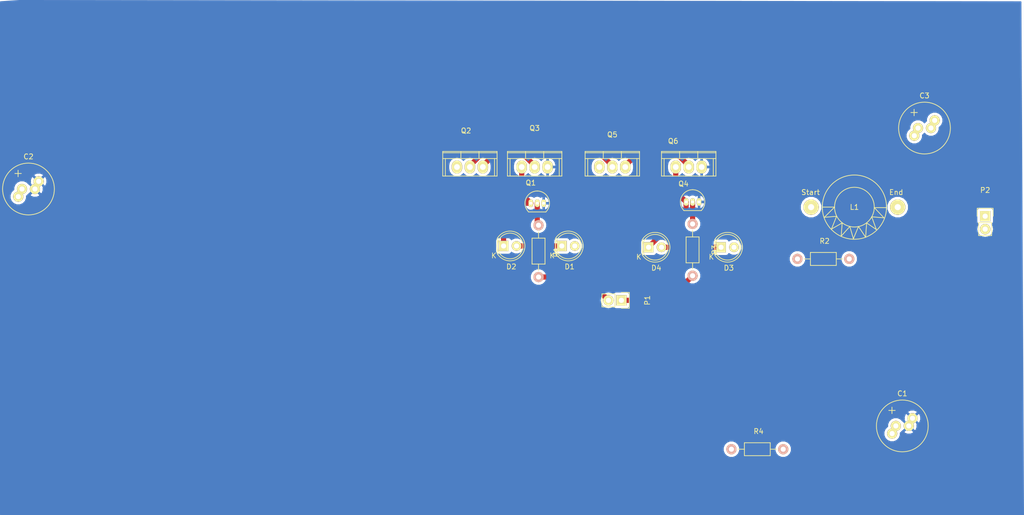
<source format=kicad_pcb>
(kicad_pcb (version 4) (host pcbnew 0.201510070346+6248~30~ubuntu14.04.1-product)

  (general
    (links 36)
    (no_connects 35)
    (area 35.306 41.402 236.220001 142.494001)
    (thickness 1.6)
    (drawings 0)
    (tracks 34)
    (zones 0)
    (modules 20)
    (nets 17)
  )

  (page A4)
  (layers
    (0 F.Cu signal)
    (31 B.Cu signal)
    (32 B.Adhes user)
    (33 F.Adhes user)
    (34 B.Paste user)
    (35 F.Paste user)
    (36 B.SilkS user)
    (37 F.SilkS user)
    (38 B.Mask user)
    (39 F.Mask user)
    (40 Dwgs.User user)
    (41 Cmts.User user)
    (42 Eco1.User user)
    (43 Eco2.User user)
    (44 Edge.Cuts user)
    (45 Margin user)
    (46 B.CrtYd user)
    (47 F.CrtYd user)
    (48 B.Fab user)
    (49 F.Fab user)
  )

  (setup
    (last_trace_width 1.016)
    (trace_clearance 0.2)
    (zone_clearance 0.508)
    (zone_45_only no)
    (trace_min 0.2)
    (segment_width 0.2)
    (edge_width 0.15)
    (via_size 0.6)
    (via_drill 0.4)
    (via_min_size 0.4)
    (via_min_drill 0.3)
    (uvia_size 0.3)
    (uvia_drill 0.1)
    (uvias_allowed no)
    (uvia_min_size 0)
    (uvia_min_drill 0)
    (pcb_text_width 0.3)
    (pcb_text_size 1.5 1.5)
    (mod_edge_width 0.15)
    (mod_text_size 1 1)
    (mod_text_width 0.15)
    (pad_size 1.524 1.524)
    (pad_drill 0.762)
    (pad_to_mask_clearance 0.2)
    (aux_axis_origin 0 0)
    (visible_elements FFFFFF7F)
    (pcbplotparams
      (layerselection 0x00030_80000001)
      (usegerberextensions false)
      (excludeedgelayer true)
      (linewidth 0.100000)
      (plotframeref false)
      (viasonmask false)
      (mode 1)
      (useauxorigin false)
      (hpglpennumber 1)
      (hpglpenspeed 20)
      (hpglpendiameter 15)
      (hpglpenoverlay 2)
      (psnegative false)
      (psa4output false)
      (plotreference true)
      (plotvalue true)
      (plotinvisibletext false)
      (padsonsilk false)
      (subtractmaskfromsilk false)
      (outputformat 1)
      (mirror false)
      (drillshape 1)
      (scaleselection 1)
      (outputdirectory ""))
  )

  (net 0 "")
  (net 1 "Net-(D1-Pad1)")
  (net 2 "Net-(D1-Pad2)")
  (net 3 "Net-(D2-Pad1)")
  (net 4 "Net-(D3-Pad1)")
  (net 5 "Net-(D3-Pad2)")
  (net 6 "Net-(D4-Pad1)")
  (net 7 IN-)
  (net 8 IN+)
  (net 9 "Net-(C3-Pad1)")
  (net 10 "Net-(C3-Pad2)")
  (net 11 "Net-(C1-Pad1)")
  (net 12 "Net-(Q2-Pad1)")
  (net 13 GND)
  (net 14 "Net-(L1-Pad1)")
  (net 15 "Net-(Q1-Pad2)")
  (net 16 "Net-(Q4-Pad2)")

  (net_class Default "This is the default net class."
    (clearance 0.2)
    (trace_width 1.016)
    (via_dia 0.6)
    (via_drill 0.4)
    (uvia_dia 0.3)
    (uvia_drill 0.1)
    (add_net GND)
    (add_net IN+)
    (add_net IN-)
    (add_net "Net-(C1-Pad1)")
    (add_net "Net-(C3-Pad1)")
    (add_net "Net-(C3-Pad2)")
    (add_net "Net-(D1-Pad1)")
    (add_net "Net-(D1-Pad2)")
    (add_net "Net-(D2-Pad1)")
    (add_net "Net-(D3-Pad1)")
    (add_net "Net-(D3-Pad2)")
    (add_net "Net-(D4-Pad1)")
    (add_net "Net-(L1-Pad1)")
    (add_net "Net-(Q1-Pad2)")
    (add_net "Net-(Q2-Pad1)")
    (add_net "Net-(Q4-Pad2)")
  )

  (module LEDs:LED-5MM (layer F.Cu) (tedit 5570F7EA) (tstamp 5684241E)
    (at 145.542 89.662)
    (descr "LED 5mm round vertical")
    (tags "LED 5mm round vertical")
    (path /568481F0)
    (fp_text reference D1 (at 1.524 4.064) (layer F.SilkS)
      (effects (font (size 1 1) (thickness 0.15)))
    )
    (fp_text value LED (at 1.524 -3.937) (layer F.Fab)
      (effects (font (size 1 1) (thickness 0.15)))
    )
    (fp_line (start -1.5 -1.55) (end -1.5 1.55) (layer F.CrtYd) (width 0.05))
    (fp_arc (start 1.3 0) (end -1.5 1.55) (angle -302) (layer F.CrtYd) (width 0.05))
    (fp_arc (start 1.27 0) (end -1.23 -1.5) (angle 297.5) (layer F.SilkS) (width 0.15))
    (fp_line (start -1.23 1.5) (end -1.23 -1.5) (layer F.SilkS) (width 0.15))
    (fp_circle (center 1.27 0) (end 0.97 -2.5) (layer F.SilkS) (width 0.15))
    (fp_text user K (at -1.905 1.905) (layer F.SilkS)
      (effects (font (size 1 1) (thickness 0.15)))
    )
    (pad 1 thru_hole rect (at 0 0 90) (size 2 1.9) (drill 1.00076) (layers *.Cu *.Mask F.SilkS)
      (net 1 "Net-(D1-Pad1)"))
    (pad 2 thru_hole circle (at 2.54 0) (size 1.9 1.9) (drill 1.00076) (layers *.Cu *.Mask F.SilkS)
      (net 2 "Net-(D1-Pad2)"))
    (model LEDs.3dshapes/LED-5MM.wrl
      (at (xyz 0.05 0 0))
      (scale (xyz 1 1 1))
      (rotate (xyz 0 0 90))
    )
  )

  (module LEDs:LED-5MM (layer F.Cu) (tedit 5570F7EA) (tstamp 56842424)
    (at 134.112 89.662)
    (descr "LED 5mm round vertical")
    (tags "LED 5mm round vertical")
    (path /56848372)
    (fp_text reference D2 (at 1.524 4.064) (layer F.SilkS)
      (effects (font (size 1 1) (thickness 0.15)))
    )
    (fp_text value LED (at 1.524 -3.937) (layer F.Fab)
      (effects (font (size 1 1) (thickness 0.15)))
    )
    (fp_line (start -1.5 -1.55) (end -1.5 1.55) (layer F.CrtYd) (width 0.05))
    (fp_arc (start 1.3 0) (end -1.5 1.55) (angle -302) (layer F.CrtYd) (width 0.05))
    (fp_arc (start 1.27 0) (end -1.23 -1.5) (angle 297.5) (layer F.SilkS) (width 0.15))
    (fp_line (start -1.23 1.5) (end -1.23 -1.5) (layer F.SilkS) (width 0.15))
    (fp_circle (center 1.27 0) (end 0.97 -2.5) (layer F.SilkS) (width 0.15))
    (fp_text user K (at -1.905 1.905) (layer F.SilkS)
      (effects (font (size 1 1) (thickness 0.15)))
    )
    (pad 1 thru_hole rect (at 0 0 90) (size 2 1.9) (drill 1.00076) (layers *.Cu *.Mask F.SilkS)
      (net 3 "Net-(D2-Pad1)"))
    (pad 2 thru_hole circle (at 2.54 0) (size 1.9 1.9) (drill 1.00076) (layers *.Cu *.Mask F.SilkS)
      (net 1 "Net-(D1-Pad1)"))
    (model LEDs.3dshapes/LED-5MM.wrl
      (at (xyz 0.05 0 0))
      (scale (xyz 1 1 1))
      (rotate (xyz 0 0 90))
    )
  )

  (module LEDs:LED-5MM (layer F.Cu) (tedit 5570F7EA) (tstamp 5684242A)
    (at 176.784 89.916)
    (descr "LED 5mm round vertical")
    (tags "LED 5mm round vertical")
    (path /56848708)
    (fp_text reference D3 (at 1.524 4.064) (layer F.SilkS)
      (effects (font (size 1 1) (thickness 0.15)))
    )
    (fp_text value LED (at 1.524 -3.937) (layer F.Fab)
      (effects (font (size 1 1) (thickness 0.15)))
    )
    (fp_line (start -1.5 -1.55) (end -1.5 1.55) (layer F.CrtYd) (width 0.05))
    (fp_arc (start 1.3 0) (end -1.5 1.55) (angle -302) (layer F.CrtYd) (width 0.05))
    (fp_arc (start 1.27 0) (end -1.23 -1.5) (angle 297.5) (layer F.SilkS) (width 0.15))
    (fp_line (start -1.23 1.5) (end -1.23 -1.5) (layer F.SilkS) (width 0.15))
    (fp_circle (center 1.27 0) (end 0.97 -2.5) (layer F.SilkS) (width 0.15))
    (fp_text user K (at -1.905 1.905) (layer F.SilkS)
      (effects (font (size 1 1) (thickness 0.15)))
    )
    (pad 1 thru_hole rect (at 0 0 90) (size 2 1.9) (drill 1.00076) (layers *.Cu *.Mask F.SilkS)
      (net 4 "Net-(D3-Pad1)"))
    (pad 2 thru_hole circle (at 2.54 0) (size 1.9 1.9) (drill 1.00076) (layers *.Cu *.Mask F.SilkS)
      (net 5 "Net-(D3-Pad2)"))
    (model LEDs.3dshapes/LED-5MM.wrl
      (at (xyz 0.05 0 0))
      (scale (xyz 1 1 1))
      (rotate (xyz 0 0 90))
    )
  )

  (module LEDs:LED-5MM (layer F.Cu) (tedit 5570F7EA) (tstamp 56842430)
    (at 162.56 89.916)
    (descr "LED 5mm round vertical")
    (tags "LED 5mm round vertical")
    (path /56848E58)
    (fp_text reference D4 (at 1.524 4.064) (layer F.SilkS)
      (effects (font (size 1 1) (thickness 0.15)))
    )
    (fp_text value LED (at 1.524 -3.937) (layer F.Fab)
      (effects (font (size 1 1) (thickness 0.15)))
    )
    (fp_line (start -1.5 -1.55) (end -1.5 1.55) (layer F.CrtYd) (width 0.05))
    (fp_arc (start 1.3 0) (end -1.5 1.55) (angle -302) (layer F.CrtYd) (width 0.05))
    (fp_arc (start 1.27 0) (end -1.23 -1.5) (angle 297.5) (layer F.SilkS) (width 0.15))
    (fp_line (start -1.23 1.5) (end -1.23 -1.5) (layer F.SilkS) (width 0.15))
    (fp_circle (center 1.27 0) (end 0.97 -2.5) (layer F.SilkS) (width 0.15))
    (fp_text user K (at -1.905 1.905) (layer F.SilkS)
      (effects (font (size 1 1) (thickness 0.15)))
    )
    (pad 1 thru_hole rect (at 0 0 90) (size 2 1.9) (drill 1.00076) (layers *.Cu *.Mask F.SilkS)
      (net 6 "Net-(D4-Pad1)"))
    (pad 2 thru_hole circle (at 2.54 0) (size 1.9 1.9) (drill 1.00076) (layers *.Cu *.Mask F.SilkS)
      (net 4 "Net-(D3-Pad1)"))
    (model LEDs.3dshapes/LED-5MM.wrl
      (at (xyz 0.05 0 0))
      (scale (xyz 1 1 1))
      (rotate (xyz 0 0 90))
    )
  )

  (module Pin_Headers:Pin_Header_Straight_1x02 (layer F.Cu) (tedit 54EA090C) (tstamp 56842436)
    (at 157.226 100.33 270)
    (descr "Through hole pin header")
    (tags "pin header")
    (path /5684DDEB)
    (fp_text reference P1 (at 0 -5.1 270) (layer F.SilkS)
      (effects (font (size 1 1) (thickness 0.15)))
    )
    (fp_text value CONN_01X02 (at 0 -3.1 270) (layer F.Fab)
      (effects (font (size 1 1) (thickness 0.15)))
    )
    (fp_line (start 1.27 1.27) (end 1.27 3.81) (layer F.SilkS) (width 0.15))
    (fp_line (start 1.55 -1.55) (end 1.55 0) (layer F.SilkS) (width 0.15))
    (fp_line (start -1.75 -1.75) (end -1.75 4.3) (layer F.CrtYd) (width 0.05))
    (fp_line (start 1.75 -1.75) (end 1.75 4.3) (layer F.CrtYd) (width 0.05))
    (fp_line (start -1.75 -1.75) (end 1.75 -1.75) (layer F.CrtYd) (width 0.05))
    (fp_line (start -1.75 4.3) (end 1.75 4.3) (layer F.CrtYd) (width 0.05))
    (fp_line (start 1.27 1.27) (end -1.27 1.27) (layer F.SilkS) (width 0.15))
    (fp_line (start -1.55 0) (end -1.55 -1.55) (layer F.SilkS) (width 0.15))
    (fp_line (start -1.55 -1.55) (end 1.55 -1.55) (layer F.SilkS) (width 0.15))
    (fp_line (start -1.27 1.27) (end -1.27 3.81) (layer F.SilkS) (width 0.15))
    (fp_line (start -1.27 3.81) (end 1.27 3.81) (layer F.SilkS) (width 0.15))
    (pad 1 thru_hole rect (at 0 0 270) (size 2.032 2.032) (drill 1.016) (layers *.Cu *.Mask F.SilkS)
      (net 7 IN-))
    (pad 2 thru_hole oval (at 0 2.54 270) (size 2.032 2.032) (drill 1.016) (layers *.Cu *.Mask F.SilkS)
      (net 8 IN+))
    (model Pin_Headers.3dshapes/Pin_Header_Straight_1x02.wrl
      (at (xyz 0 -0.05 0))
      (scale (xyz 1 1 1))
      (rotate (xyz 0 0 90))
    )
  )

  (module Pin_Headers:Pin_Header_Straight_1x02 (layer F.Cu) (tedit 54EA090C) (tstamp 5684243C)
    (at 228.6 83.82)
    (descr "Through hole pin header")
    (tags "pin header")
    (path /5684193E)
    (fp_text reference P2 (at 0 -5.1) (layer F.SilkS)
      (effects (font (size 1 1) (thickness 0.15)))
    )
    (fp_text value CONN_01X02 (at 0 -3.1) (layer F.Fab)
      (effects (font (size 1 1) (thickness 0.15)))
    )
    (fp_line (start 1.27 1.27) (end 1.27 3.81) (layer F.SilkS) (width 0.15))
    (fp_line (start 1.55 -1.55) (end 1.55 0) (layer F.SilkS) (width 0.15))
    (fp_line (start -1.75 -1.75) (end -1.75 4.3) (layer F.CrtYd) (width 0.05))
    (fp_line (start 1.75 -1.75) (end 1.75 4.3) (layer F.CrtYd) (width 0.05))
    (fp_line (start -1.75 -1.75) (end 1.75 -1.75) (layer F.CrtYd) (width 0.05))
    (fp_line (start -1.75 4.3) (end 1.75 4.3) (layer F.CrtYd) (width 0.05))
    (fp_line (start 1.27 1.27) (end -1.27 1.27) (layer F.SilkS) (width 0.15))
    (fp_line (start -1.55 0) (end -1.55 -1.55) (layer F.SilkS) (width 0.15))
    (fp_line (start -1.55 -1.55) (end 1.55 -1.55) (layer F.SilkS) (width 0.15))
    (fp_line (start -1.27 1.27) (end -1.27 3.81) (layer F.SilkS) (width 0.15))
    (fp_line (start -1.27 3.81) (end 1.27 3.81) (layer F.SilkS) (width 0.15))
    (pad 1 thru_hole rect (at 0 0) (size 2.032 2.032) (drill 1.016) (layers *.Cu *.Mask F.SilkS)
      (net 9 "Net-(C3-Pad1)"))
    (pad 2 thru_hole oval (at 0 2.54) (size 2.032 2.032) (drill 1.016) (layers *.Cu *.Mask F.SilkS)
      (net 10 "Net-(C3-Pad2)"))
    (model Pin_Headers.3dshapes/Pin_Header_Straight_1x02.wrl
      (at (xyz 0 -0.05 0))
      (scale (xyz 1 1 1))
      (rotate (xyz 0 0 90))
    )
  )

  (module Power_Integrations:TO-220 (layer F.Cu) (tedit 0) (tstamp 56842443)
    (at 127.508 74.168)
    (descr "Non Isolated JEDEC TO-220 Package")
    (tags "Power Integration YN Package")
    (path /56841418)
    (fp_text reference Q2 (at -0.762 -7.112) (layer F.SilkS)
      (effects (font (size 1 1) (thickness 0.15)))
    )
    (fp_text value IRF9540N (at 0 -4.318) (layer F.Fab)
      (effects (font (size 1 1) (thickness 0.15)))
    )
    (fp_line (start 4.826 -1.651) (end 4.826 1.778) (layer F.SilkS) (width 0.15))
    (fp_line (start -4.826 -1.651) (end -4.826 1.778) (layer F.SilkS) (width 0.15))
    (fp_line (start 5.334 -2.794) (end -5.334 -2.794) (layer F.SilkS) (width 0.15))
    (fp_line (start 1.778 -1.778) (end 1.778 -3.048) (layer F.SilkS) (width 0.15))
    (fp_line (start -1.778 -1.778) (end -1.778 -3.048) (layer F.SilkS) (width 0.15))
    (fp_line (start -5.334 -1.651) (end 5.334 -1.651) (layer F.SilkS) (width 0.15))
    (fp_line (start 5.334 1.778) (end -5.334 1.778) (layer F.SilkS) (width 0.15))
    (fp_line (start -5.334 -3.048) (end -5.334 1.778) (layer F.SilkS) (width 0.15))
    (fp_line (start 5.334 -3.048) (end 5.334 1.778) (layer F.SilkS) (width 0.15))
    (fp_line (start 5.334 -3.048) (end -5.334 -3.048) (layer F.SilkS) (width 0.15))
    (pad 2 thru_hole oval (at 0 0) (size 2.032 2.54) (drill 1.143) (layers *.Cu *.Mask F.SilkS)
      (net 11 "Net-(C1-Pad1)"))
    (pad 3 thru_hole oval (at 2.54 0) (size 2.032 2.54) (drill 1.143) (layers *.Cu *.Mask F.SilkS)
      (net 10 "Net-(C3-Pad2)"))
    (pad 1 thru_hole oval (at -2.54 0) (size 2.032 2.54) (drill 1.143) (layers *.Cu *.Mask F.SilkS)
      (net 12 "Net-(Q2-Pad1)"))
  )

  (module Power_Integrations:TO-220 (layer F.Cu) (tedit 0) (tstamp 5684244A)
    (at 140.208 74.168)
    (descr "Non Isolated JEDEC TO-220 Package")
    (tags "Power Integration YN Package")
    (path /5684166C)
    (fp_text reference Q3 (at 0 -7.62) (layer F.SilkS)
      (effects (font (size 1 1) (thickness 0.15)))
    )
    (fp_text value IRF540N (at 0 -4.318) (layer F.Fab)
      (effects (font (size 1 1) (thickness 0.15)))
    )
    (fp_line (start 4.826 -1.651) (end 4.826 1.778) (layer F.SilkS) (width 0.15))
    (fp_line (start -4.826 -1.651) (end -4.826 1.778) (layer F.SilkS) (width 0.15))
    (fp_line (start 5.334 -2.794) (end -5.334 -2.794) (layer F.SilkS) (width 0.15))
    (fp_line (start 1.778 -1.778) (end 1.778 -3.048) (layer F.SilkS) (width 0.15))
    (fp_line (start -1.778 -1.778) (end -1.778 -3.048) (layer F.SilkS) (width 0.15))
    (fp_line (start -5.334 -1.651) (end 5.334 -1.651) (layer F.SilkS) (width 0.15))
    (fp_line (start 5.334 1.778) (end -5.334 1.778) (layer F.SilkS) (width 0.15))
    (fp_line (start -5.334 -3.048) (end -5.334 1.778) (layer F.SilkS) (width 0.15))
    (fp_line (start 5.334 -3.048) (end 5.334 1.778) (layer F.SilkS) (width 0.15))
    (fp_line (start 5.334 -3.048) (end -5.334 -3.048) (layer F.SilkS) (width 0.15))
    (pad 2 thru_hole oval (at 0 0) (size 2.032 2.54) (drill 1.143) (layers *.Cu *.Mask F.SilkS)
      (net 10 "Net-(C3-Pad2)"))
    (pad 3 thru_hole oval (at 2.54 0) (size 2.032 2.54) (drill 1.143) (layers *.Cu *.Mask F.SilkS)
      (net 13 GND))
    (pad 1 thru_hole oval (at -2.54 0) (size 2.032 2.54) (drill 1.143) (layers *.Cu *.Mask F.SilkS)
      (net 3 "Net-(D2-Pad1)"))
  )

  (module Power_Integrations:TO-220 (layer F.Cu) (tedit 0) (tstamp 56842451)
    (at 155.448 74.168)
    (descr "Non Isolated JEDEC TO-220 Package")
    (tags "Power Integration YN Package")
    (path /568416B6)
    (fp_text reference Q5 (at 0 -6.35) (layer F.SilkS)
      (effects (font (size 1 1) (thickness 0.15)))
    )
    (fp_text value IRF9540N (at 0.508 -3.81) (layer F.Fab)
      (effects (font (size 1 1) (thickness 0.15)))
    )
    (fp_line (start 4.826 -1.651) (end 4.826 1.778) (layer F.SilkS) (width 0.15))
    (fp_line (start -4.826 -1.651) (end -4.826 1.778) (layer F.SilkS) (width 0.15))
    (fp_line (start 5.334 -2.794) (end -5.334 -2.794) (layer F.SilkS) (width 0.15))
    (fp_line (start 1.778 -1.778) (end 1.778 -3.048) (layer F.SilkS) (width 0.15))
    (fp_line (start -1.778 -1.778) (end -1.778 -3.048) (layer F.SilkS) (width 0.15))
    (fp_line (start -5.334 -1.651) (end 5.334 -1.651) (layer F.SilkS) (width 0.15))
    (fp_line (start 5.334 1.778) (end -5.334 1.778) (layer F.SilkS) (width 0.15))
    (fp_line (start -5.334 -3.048) (end -5.334 1.778) (layer F.SilkS) (width 0.15))
    (fp_line (start 5.334 -3.048) (end 5.334 1.778) (layer F.SilkS) (width 0.15))
    (fp_line (start 5.334 -3.048) (end -5.334 -3.048) (layer F.SilkS) (width 0.15))
    (pad 2 thru_hole oval (at 0 0) (size 2.032 2.54) (drill 1.143) (layers *.Cu *.Mask F.SilkS)
      (net 11 "Net-(C1-Pad1)"))
    (pad 3 thru_hole oval (at 2.54 0) (size 2.032 2.54) (drill 1.143) (layers *.Cu *.Mask F.SilkS)
      (net 14 "Net-(L1-Pad1)"))
    (pad 1 thru_hole oval (at -2.54 0) (size 2.032 2.54) (drill 1.143) (layers *.Cu *.Mask F.SilkS)
      (net 5 "Net-(D3-Pad2)"))
  )

  (module Power_Integrations:TO-220 (layer F.Cu) (tedit 0) (tstamp 56842458)
    (at 170.434 74.168)
    (descr "Non Isolated JEDEC TO-220 Package")
    (tags "Power Integration YN Package")
    (path /5684137A)
    (fp_text reference Q6 (at -3.048 -5.08) (layer F.SilkS)
      (effects (font (size 1 1) (thickness 0.15)))
    )
    (fp_text value IRF540N (at 1.016 -5.842) (layer F.Fab)
      (effects (font (size 1 1) (thickness 0.15)))
    )
    (fp_line (start 4.826 -1.651) (end 4.826 1.778) (layer F.SilkS) (width 0.15))
    (fp_line (start -4.826 -1.651) (end -4.826 1.778) (layer F.SilkS) (width 0.15))
    (fp_line (start 5.334 -2.794) (end -5.334 -2.794) (layer F.SilkS) (width 0.15))
    (fp_line (start 1.778 -1.778) (end 1.778 -3.048) (layer F.SilkS) (width 0.15))
    (fp_line (start -1.778 -1.778) (end -1.778 -3.048) (layer F.SilkS) (width 0.15))
    (fp_line (start -5.334 -1.651) (end 5.334 -1.651) (layer F.SilkS) (width 0.15))
    (fp_line (start 5.334 1.778) (end -5.334 1.778) (layer F.SilkS) (width 0.15))
    (fp_line (start -5.334 -3.048) (end -5.334 1.778) (layer F.SilkS) (width 0.15))
    (fp_line (start 5.334 -3.048) (end 5.334 1.778) (layer F.SilkS) (width 0.15))
    (fp_line (start 5.334 -3.048) (end -5.334 -3.048) (layer F.SilkS) (width 0.15))
    (pad 2 thru_hole oval (at 0 0) (size 2.032 2.54) (drill 1.143) (layers *.Cu *.Mask F.SilkS)
      (net 14 "Net-(L1-Pad1)"))
    (pad 3 thru_hole oval (at 2.54 0) (size 2.032 2.54) (drill 1.143) (layers *.Cu *.Mask F.SilkS)
      (net 13 GND))
    (pad 1 thru_hole oval (at -2.54 0) (size 2.032 2.54) (drill 1.143) (layers *.Cu *.Mask F.SilkS)
      (net 6 "Net-(D4-Pad1)"))
  )

  (module Resistors_ThroughHole:Resistor_Horizontal_RM10mm (layer F.Cu) (tedit 53F56209) (tstamp 5684245E)
    (at 140.97 90.678 270)
    (descr "Resistor, Axial,  RM 10mm, 1/3W,")
    (tags "Resistor, Axial, RM 10mm, 1/3W,")
    (path /5684B764)
    (fp_text reference R1 (at 0.24892 -3.50012 270) (layer F.SilkS)
      (effects (font (size 1 1) (thickness 0.15)))
    )
    (fp_text value 10k (at 3.81 3.81 270) (layer F.Fab)
      (effects (font (size 1 1) (thickness 0.15)))
    )
    (fp_line (start -2.54 -1.27) (end 2.54 -1.27) (layer F.SilkS) (width 0.15))
    (fp_line (start 2.54 -1.27) (end 2.54 1.27) (layer F.SilkS) (width 0.15))
    (fp_line (start 2.54 1.27) (end -2.54 1.27) (layer F.SilkS) (width 0.15))
    (fp_line (start -2.54 1.27) (end -2.54 -1.27) (layer F.SilkS) (width 0.15))
    (fp_line (start -2.54 0) (end -3.81 0) (layer F.SilkS) (width 0.15))
    (fp_line (start 2.54 0) (end 3.81 0) (layer F.SilkS) (width 0.15))
    (pad 1 thru_hole circle (at -5.08 0 270) (size 1.99898 1.99898) (drill 1.00076) (layers *.Cu *.SilkS *.Mask)
      (net 15 "Net-(Q1-Pad2)"))
    (pad 2 thru_hole circle (at 5.08 0 270) (size 1.99898 1.99898) (drill 1.00076) (layers *.Cu *.SilkS *.Mask)
      (net 8 IN+))
    (model Resistors_ThroughHole.3dshapes/Resistor_Horizontal_RM10mm.wrl
      (at (xyz 0 0 0))
      (scale (xyz 0.4 0.4 0.4))
      (rotate (xyz 0 0 0))
    )
  )

  (module Resistors_ThroughHole:Resistor_Horizontal_RM10mm (layer F.Cu) (tedit 53F56209) (tstamp 56842464)
    (at 196.85 92.202)
    (descr "Resistor, Axial,  RM 10mm, 1/3W,")
    (tags "Resistor, Axial, RM 10mm, 1/3W,")
    (path /568411B2)
    (fp_text reference R2 (at 0.24892 -3.50012) (layer F.SilkS)
      (effects (font (size 1 1) (thickness 0.15)))
    )
    (fp_text value 1k (at 3.81 3.81) (layer F.Fab)
      (effects (font (size 1 1) (thickness 0.15)))
    )
    (fp_line (start -2.54 -1.27) (end 2.54 -1.27) (layer F.SilkS) (width 0.15))
    (fp_line (start 2.54 -1.27) (end 2.54 1.27) (layer F.SilkS) (width 0.15))
    (fp_line (start 2.54 1.27) (end -2.54 1.27) (layer F.SilkS) (width 0.15))
    (fp_line (start -2.54 1.27) (end -2.54 -1.27) (layer F.SilkS) (width 0.15))
    (fp_line (start -2.54 0) (end -3.81 0) (layer F.SilkS) (width 0.15))
    (fp_line (start 2.54 0) (end 3.81 0) (layer F.SilkS) (width 0.15))
    (pad 1 thru_hole circle (at -5.08 0) (size 1.99898 1.99898) (drill 1.00076) (layers *.Cu *.SilkS *.Mask)
      (net 11 "Net-(C1-Pad1)"))
    (pad 2 thru_hole circle (at 5.08 0) (size 1.99898 1.99898) (drill 1.00076) (layers *.Cu *.SilkS *.Mask)
      (net 2 "Net-(D1-Pad2)"))
    (model Resistors_ThroughHole.3dshapes/Resistor_Horizontal_RM10mm.wrl
      (at (xyz 0 0 0))
      (scale (xyz 0.4 0.4 0.4))
      (rotate (xyz 0 0 0))
    )
  )

  (module Resistors_ThroughHole:Resistor_Horizontal_RM10mm (layer F.Cu) (tedit 53F56209) (tstamp 5684246A)
    (at 171.196 90.424 270)
    (descr "Resistor, Axial,  RM 10mm, 1/3W,")
    (tags "Resistor, Axial, RM 10mm, 1/3W,")
    (path /5684B8C3)
    (fp_text reference R3 (at 0 -4.318 270) (layer F.SilkS)
      (effects (font (size 1 1) (thickness 0.15)))
    )
    (fp_text value 10k (at 3.81 3.81 270) (layer F.Fab)
      (effects (font (size 1 1) (thickness 0.15)))
    )
    (fp_line (start -2.54 -1.27) (end 2.54 -1.27) (layer F.SilkS) (width 0.15))
    (fp_line (start 2.54 -1.27) (end 2.54 1.27) (layer F.SilkS) (width 0.15))
    (fp_line (start 2.54 1.27) (end -2.54 1.27) (layer F.SilkS) (width 0.15))
    (fp_line (start -2.54 1.27) (end -2.54 -1.27) (layer F.SilkS) (width 0.15))
    (fp_line (start -2.54 0) (end -3.81 0) (layer F.SilkS) (width 0.15))
    (fp_line (start 2.54 0) (end 3.81 0) (layer F.SilkS) (width 0.15))
    (pad 1 thru_hole circle (at -5.08 0 270) (size 1.99898 1.99898) (drill 1.00076) (layers *.Cu *.SilkS *.Mask)
      (net 16 "Net-(Q4-Pad2)"))
    (pad 2 thru_hole circle (at 5.08 0 270) (size 1.99898 1.99898) (drill 1.00076) (layers *.Cu *.SilkS *.Mask)
      (net 7 IN-))
    (model Resistors_ThroughHole.3dshapes/Resistor_Horizontal_RM10mm.wrl
      (at (xyz 0 0 0))
      (scale (xyz 0.4 0.4 0.4))
      (rotate (xyz 0 0 0))
    )
  )

  (module Resistors_ThroughHole:Resistor_Horizontal_RM10mm (layer F.Cu) (tedit 53F56209) (tstamp 56842470)
    (at 183.896 129.54)
    (descr "Resistor, Axial,  RM 10mm, 1/3W,")
    (tags "Resistor, Axial, RM 10mm, 1/3W,")
    (path /5684123A)
    (fp_text reference R4 (at 0.24892 -3.50012) (layer F.SilkS)
      (effects (font (size 1 1) (thickness 0.15)))
    )
    (fp_text value 1k (at 3.81 3.81) (layer F.Fab)
      (effects (font (size 1 1) (thickness 0.15)))
    )
    (fp_line (start -2.54 -1.27) (end 2.54 -1.27) (layer F.SilkS) (width 0.15))
    (fp_line (start 2.54 -1.27) (end 2.54 1.27) (layer F.SilkS) (width 0.15))
    (fp_line (start 2.54 1.27) (end -2.54 1.27) (layer F.SilkS) (width 0.15))
    (fp_line (start -2.54 1.27) (end -2.54 -1.27) (layer F.SilkS) (width 0.15))
    (fp_line (start -2.54 0) (end -3.81 0) (layer F.SilkS) (width 0.15))
    (fp_line (start 2.54 0) (end 3.81 0) (layer F.SilkS) (width 0.15))
    (pad 1 thru_hole circle (at -5.08 0) (size 1.99898 1.99898) (drill 1.00076) (layers *.Cu *.SilkS *.Mask)
      (net 11 "Net-(C1-Pad1)"))
    (pad 2 thru_hole circle (at 5.08 0) (size 1.99898 1.99898) (drill 1.00076) (layers *.Cu *.SilkS *.Mask)
      (net 5 "Net-(D3-Pad2)"))
    (model Resistors_ThroughHole.3dshapes/Resistor_Horizontal_RM10mm.wrl
      (at (xyz 0 0 0))
      (scale (xyz 0.4 0.4 0.4))
      (rotate (xyz 0 0 0))
    )
  )

  (module Capacitors_ThroughHole:C_Radial_D10_L20_P2.5-5 (layer F.Cu) (tedit 0) (tstamp 568426A1)
    (at 40.894 78.486)
    (descr "Electrolytic Capacitor, vertical, diameter 10mm, RM 2.5-5mm, Copper without +, radial,")
    (tags "Electrolytic Capacitor, vertical, diameter 10mm, RM 2.5-5mm, Copper without +, radial,")
    (path /56843D7B)
    (fp_text reference C2 (at 0 -6.35) (layer F.SilkS)
      (effects (font (size 1 1) (thickness 0.15)))
    )
    (fp_text value 330u (at 0 6.35) (layer F.Fab)
      (effects (font (size 1 1) (thickness 0.15)))
    )
    (fp_line (start -2.032 -3.683) (end -2.032 -2.413) (layer F.SilkS) (width 0.15))
    (fp_line (start -2.667 -3.048) (end -1.397 -3.048) (layer F.SilkS) (width 0.15))
    (fp_circle (center 0 0) (end 5.08 0) (layer F.SilkS) (width 0.15))
    (pad 1 thru_hole circle (at -1.27 0) (size 1.99898 1.99898) (drill 1.00076) (layers *.Cu *.Mask F.SilkS)
      (net 11 "Net-(C1-Pad1)"))
    (pad 1 thru_hole circle (at -1.99898 1.50114) (size 1.99898 1.99898) (drill 1.00076) (layers *.Cu *.Mask F.SilkS)
      (net 11 "Net-(C1-Pad1)"))
    (pad 2 thru_hole circle (at 1.27 0) (size 1.99898 1.99898) (drill 1.00076) (layers *.Cu *.Mask F.SilkS)
      (net 13 GND))
    (pad 2 thru_hole circle (at 1.99898 -1.50114) (size 1.99898 1.99898) (drill 1.00076) (layers *.Cu *.Mask F.SilkS)
      (net 13 GND))
  )

  (module Capacitors_ThroughHole:C_Radial_D10_L20_P2.5-5 (layer F.Cu) (tedit 0) (tstamp 568426A9)
    (at 216.69502 66.52514)
    (descr "Electrolytic Capacitor, vertical, diameter 10mm, RM 2.5-5mm, Copper without +, radial,")
    (tags "Electrolytic Capacitor, vertical, diameter 10mm, RM 2.5-5mm, Copper without +, radial,")
    (path /56846840)
    (fp_text reference C3 (at 0 -6.35) (layer F.SilkS)
      (effects (font (size 1 1) (thickness 0.15)))
    )
    (fp_text value 2.2n (at 0 6.35) (layer F.Fab)
      (effects (font (size 1 1) (thickness 0.15)))
    )
    (fp_line (start -2.032 -3.683) (end -2.032 -2.413) (layer F.SilkS) (width 0.15))
    (fp_line (start -2.667 -3.048) (end -1.397 -3.048) (layer F.SilkS) (width 0.15))
    (fp_circle (center 0 0) (end 5.08 0) (layer F.SilkS) (width 0.15))
    (pad 1 thru_hole circle (at -1.27 0) (size 1.99898 1.99898) (drill 1.00076) (layers *.Cu *.Mask F.SilkS)
      (net 9 "Net-(C3-Pad1)"))
    (pad 1 thru_hole circle (at -1.99898 1.50114) (size 1.99898 1.99898) (drill 1.00076) (layers *.Cu *.Mask F.SilkS)
      (net 9 "Net-(C3-Pad1)"))
    (pad 2 thru_hole circle (at 1.27 0) (size 1.99898 1.99898) (drill 1.00076) (layers *.Cu *.Mask F.SilkS)
      (net 10 "Net-(C3-Pad2)"))
    (pad 2 thru_hole circle (at 1.99898 -1.50114) (size 1.99898 1.99898) (drill 1.00076) (layers *.Cu *.Mask F.SilkS)
      (net 10 "Net-(C3-Pad2)"))
  )

  (module Choke_Toroid_ThroughHole:Choke_Toroid_horizontal_Diameter12-5mm_Amidon-T44 (layer F.Cu) (tedit 0) (tstamp 568426AF)
    (at 202.946 82.042)
    (descr "Choke, Inductance, Toroid, horizontal, laying, Diameter 12,5mm, Amidon T44,")
    (tags "Choke, Inductance, Toroid, horizontal, laying, Diameter 12,5mm, Amidon T44,")
    (path /5684148F)
    (fp_text reference L1 (at 0 0) (layer F.SilkS)
      (effects (font (size 1 1) (thickness 0.15)))
    )
    (fp_text value INDUCTOR_SMALL (at 0 7.62) (layer F.Fab)
      (effects (font (size 1 1) (thickness 0.15)))
    )
    (fp_line (start -6.20014 0) (end -3.8989 0) (layer F.SilkS) (width 0.15))
    (fp_line (start -3.8989 0) (end -5.90042 1.99898) (layer F.SilkS) (width 0.15))
    (fp_line (start -5.90042 1.99898) (end -3.50012 1.80086) (layer F.SilkS) (width 0.15))
    (fp_line (start -3.50012 1.80086) (end -4.50088 4.30022) (layer F.SilkS) (width 0.15))
    (fp_line (start -4.50088 4.30022) (end -2.4003 3.0988) (layer F.SilkS) (width 0.15))
    (fp_line (start -2.4003 3.0988) (end -2.60096 5.69976) (layer F.SilkS) (width 0.15))
    (fp_line (start -2.60096 5.69976) (end -0.89916 3.79984) (layer F.SilkS) (width 0.15))
    (fp_line (start -0.89916 3.79984) (end -0.20066 6.20014) (layer F.SilkS) (width 0.15))
    (fp_line (start -0.20066 6.20014) (end 0.8001 3.79984) (layer F.SilkS) (width 0.15))
    (fp_line (start 0.8001 3.79984) (end 2.19964 5.90042) (layer F.SilkS) (width 0.15))
    (fp_line (start 2.19964 5.90042) (end 2.4003 3.0988) (layer F.SilkS) (width 0.15))
    (fp_line (start 2.4003 3.0988) (end 4.30022 4.39928) (layer F.SilkS) (width 0.15))
    (fp_line (start 4.30022 4.39928) (end 3.40106 1.89992) (layer F.SilkS) (width 0.15))
    (fp_line (start 3.40106 1.89992) (end 5.79882 2.10058) (layer F.SilkS) (width 0.15))
    (fp_line (start 5.79882 2.10058) (end 3.8989 0.09906) (layer F.SilkS) (width 0.15))
    (fp_line (start 3.8989 0.09906) (end 6.2992 0.09906) (layer F.SilkS) (width 0.15))
    (fp_circle (center 0 0) (end 3.8989 0) (layer F.SilkS) (width 0.15))
    (fp_circle (center 0 0) (end 6.2992 0) (layer F.SilkS) (width 0.15))
    (fp_text user End (at 8.19912 -2.90068) (layer F.SilkS)
      (effects (font (size 1 1) (thickness 0.15)))
    )
    (fp_text user Start (at -8.60044 -2.90068) (layer F.SilkS)
      (effects (font (size 1 1) (thickness 0.15)))
    )
    (pad 1 thru_hole circle (at -8.49884 0) (size 2.99974 2.99974) (drill 1.19888) (layers *.Cu *.Mask F.SilkS)
      (net 14 "Net-(L1-Pad1)"))
    (pad 2 thru_hole circle (at 8.49884 0) (size 2.99974 2.99974) (drill 1.19888) (layers *.Cu *.Mask F.SilkS)
      (net 9 "Net-(C3-Pad1)"))
  )

  (module Capacitors_ThroughHole:C_Radial_D10_L20_P2.5-5 (layer F.Cu) (tedit 0) (tstamp 568426E0)
    (at 212.344 124.968)
    (descr "Electrolytic Capacitor, vertical, diameter 10mm, RM 2.5-5mm, Copper without +, radial,")
    (tags "Electrolytic Capacitor, vertical, diameter 10mm, RM 2.5-5mm, Copper without +, radial,")
    (path /5684128E)
    (fp_text reference C1 (at 0 -6.35) (layer F.SilkS)
      (effects (font (size 1 1) (thickness 0.15)))
    )
    (fp_text value 100n (at 0 6.35) (layer F.Fab)
      (effects (font (size 1 1) (thickness 0.15)))
    )
    (fp_line (start -2.032 -3.683) (end -2.032 -2.413) (layer F.SilkS) (width 0.15))
    (fp_line (start -2.667 -3.048) (end -1.397 -3.048) (layer F.SilkS) (width 0.15))
    (fp_circle (center 0 0) (end 5.08 0) (layer F.SilkS) (width 0.15))
    (pad 1 thru_hole circle (at -1.27 0) (size 1.99898 1.99898) (drill 1.00076) (layers *.Cu *.Mask F.SilkS)
      (net 11 "Net-(C1-Pad1)"))
    (pad 1 thru_hole circle (at -1.99898 1.50114) (size 1.99898 1.99898) (drill 1.00076) (layers *.Cu *.Mask F.SilkS)
      (net 11 "Net-(C1-Pad1)"))
    (pad 2 thru_hole circle (at 1.27 0) (size 1.99898 1.99898) (drill 1.00076) (layers *.Cu *.Mask F.SilkS)
      (net 13 GND))
    (pad 2 thru_hole circle (at 1.99898 -1.50114) (size 1.99898 1.99898) (drill 1.00076) (layers *.Cu *.Mask F.SilkS)
      (net 13 GND))
  )

  (module TO_SOT_Packages_THT:TO-92_Inline_Narrow_Oval (layer F.Cu) (tedit 54F24281) (tstamp 568427F2)
    (at 139.446 81.28)
    (descr "TO-92 leads in-line, narrow, oval pads, drill 0.6mm (see NXP sot054_po.pdf)")
    (tags "to-92 sc-43 sc-43a sot54 PA33 transistor")
    (path /56847EEB)
    (fp_text reference Q1 (at 0 -4) (layer F.SilkS)
      (effects (font (size 1 1) (thickness 0.15)))
    )
    (fp_text value BC547 (at 0 3) (layer F.Fab)
      (effects (font (size 1 1) (thickness 0.15)))
    )
    (fp_line (start -1.4 1.95) (end -1.4 -2.65) (layer F.CrtYd) (width 0.05))
    (fp_line (start -1.4 1.95) (end 3.95 1.95) (layer F.CrtYd) (width 0.05))
    (fp_line (start -0.43 1.7) (end 2.97 1.7) (layer F.SilkS) (width 0.15))
    (fp_arc (start 1.27 0) (end 1.27 -2.4) (angle -135) (layer F.SilkS) (width 0.15))
    (fp_arc (start 1.27 0) (end 1.27 -2.4) (angle 135) (layer F.SilkS) (width 0.15))
    (fp_line (start -1.4 -2.65) (end 3.95 -2.65) (layer F.CrtYd) (width 0.05))
    (fp_line (start 3.95 1.95) (end 3.95 -2.65) (layer F.CrtYd) (width 0.05))
    (pad 2 thru_hole oval (at 1.27 0 180) (size 0.89916 1.50114) (drill 0.6) (layers *.Cu *.Mask F.SilkS)
      (net 15 "Net-(Q1-Pad2)"))
    (pad 3 thru_hole oval (at 2.54 0 180) (size 0.89916 1.50114) (drill 0.6) (layers *.Cu *.Mask F.SilkS)
      (net 13 GND))
    (pad 1 thru_hole oval (at 0 0 180) (size 0.89916 1.50114) (drill 0.6) (layers *.Cu *.Mask F.SilkS)
      (net 3 "Net-(D2-Pad1)"))
    (model TO_SOT_Packages_THT.3dshapes/TO-92_Inline_Narrow_Oval.wrl
      (at (xyz 0.05 0 0))
      (scale (xyz 1 1 1))
      (rotate (xyz 0 0 -90))
    )
  )

  (module TO_SOT_Packages_THT:TO-92_Inline_Narrow_Oval (layer F.Cu) (tedit 54F24281) (tstamp 568427F9)
    (at 169.926 81.026)
    (descr "TO-92 leads in-line, narrow, oval pads, drill 0.6mm (see NXP sot054_po.pdf)")
    (tags "to-92 sc-43 sc-43a sot54 PA33 transistor")
    (path /56847F5C)
    (fp_text reference Q4 (at -0.508 -3.556) (layer F.SilkS)
      (effects (font (size 1 1) (thickness 0.15)))
    )
    (fp_text value BC547 (at 0 3) (layer F.Fab)
      (effects (font (size 1 1) (thickness 0.15)))
    )
    (fp_line (start -1.4 1.95) (end -1.4 -2.65) (layer F.CrtYd) (width 0.05))
    (fp_line (start -1.4 1.95) (end 3.95 1.95) (layer F.CrtYd) (width 0.05))
    (fp_line (start -0.43 1.7) (end 2.97 1.7) (layer F.SilkS) (width 0.15))
    (fp_arc (start 1.27 0) (end 1.27 -2.4) (angle -135) (layer F.SilkS) (width 0.15))
    (fp_arc (start 1.27 0) (end 1.27 -2.4) (angle 135) (layer F.SilkS) (width 0.15))
    (fp_line (start -1.4 -2.65) (end 3.95 -2.65) (layer F.CrtYd) (width 0.05))
    (fp_line (start 3.95 1.95) (end 3.95 -2.65) (layer F.CrtYd) (width 0.05))
    (pad 2 thru_hole oval (at 1.27 0 180) (size 0.89916 1.50114) (drill 0.6) (layers *.Cu *.Mask F.SilkS)
      (net 16 "Net-(Q4-Pad2)"))
    (pad 3 thru_hole oval (at 2.54 0 180) (size 0.89916 1.50114) (drill 0.6) (layers *.Cu *.Mask F.SilkS)
      (net 13 GND))
    (pad 1 thru_hole oval (at 0 0 180) (size 0.89916 1.50114) (drill 0.6) (layers *.Cu *.Mask F.SilkS)
      (net 6 "Net-(D4-Pad1)"))
    (model TO_SOT_Packages_THT.3dshapes/TO-92_Inline_Narrow_Oval.wrl
      (at (xyz 0.05 0 0))
      (scale (xyz 1 1 1))
      (rotate (xyz 0 0 -90))
    )
  )

  (segment (start 136.652 89.662) (end 145.542 89.662) (width 1.016) (layer F.Cu) (net 1))
  (segment (start 134.112 89.662) (end 134.112 85.14842) (width 1.016) (layer F.Cu) (net 3))
  (segment (start 134.112 85.14842) (end 137.98042 81.28) (width 1.016) (layer F.Cu) (net 3))
  (segment (start 137.98042 81.28) (end 139.446 81.28) (width 1.016) (layer F.Cu) (net 3))
  (segment (start 137.668 74.168) (end 137.668 79.502) (width 1.016) (layer F.Cu) (net 3))
  (segment (start 137.668 79.502) (end 139.446 81.28) (width 1.016) (layer F.Cu) (net 3))
  (segment (start 165.1 89.916) (end 176.784 89.916) (width 1.016) (layer F.Cu) (net 4))
  (segment (start 169.926 81.026) (end 169.926 82.5) (width 1.016) (layer F.Cu) (net 6))
  (segment (start 169.926 82.5) (end 162.56 89.866) (width 1.016) (layer F.Cu) (net 6))
  (segment (start 162.56 89.866) (end 162.56 89.916) (width 1.016) (layer F.Cu) (net 6))
  (segment (start 167.894 74.168) (end 167.894 78.994) (width 1.016) (layer F.Cu) (net 6))
  (segment (start 167.894 78.994) (end 169.926 81.026) (width 1.016) (layer F.Cu) (net 6))
  (segment (start 157.226 100.33) (end 166.37 100.33) (width 1.016) (layer F.Cu) (net 7))
  (segment (start 166.37 100.33) (end 171.196 95.504) (width 1.016) (layer F.Cu) (net 7))
  (segment (start 140.97 95.758) (end 150.114 95.758) (width 1.016) (layer F.Cu) (net 8))
  (segment (start 150.114 95.758) (end 154.686 100.33) (width 1.016) (layer F.Cu) (net 8))
  (segment (start 130.048 74.168) (end 130.048 73.914) (width 1.016) (layer F.Cu) (net 10))
  (segment (start 130.048 73.914) (end 132.08 71.882) (width 1.016) (layer F.Cu) (net 10))
  (segment (start 132.08 71.882) (end 138.176 71.882) (width 1.016) (layer F.Cu) (net 10))
  (segment (start 138.176 71.882) (end 140.208 73.914) (width 1.016) (layer F.Cu) (net 10))
  (segment (start 140.208 73.914) (end 140.208 74.168) (width 1.016) (layer F.Cu) (net 10))
  (segment (start 127.508 74.168) (end 127.508 73.914) (width 1.016) (layer F.Cu) (net 11))
  (segment (start 127.508 73.914) (end 133.096 68.326) (width 1.016) (layer F.Cu) (net 11))
  (segment (start 133.096 68.326) (end 149.86 68.326) (width 1.016) (layer F.Cu) (net 11))
  (segment (start 149.86 68.326) (end 155.448 73.914) (width 1.016) (layer F.Cu) (net 11))
  (segment (start 155.448 73.914) (end 155.448 74.168) (width 1.016) (layer F.Cu) (net 11))
  (segment (start 157.988 74.168) (end 157.988 73.914) (width 1.016) (layer F.Cu) (net 14))
  (segment (start 157.988 73.914) (end 160.02 71.882) (width 1.016) (layer F.Cu) (net 14))
  (segment (start 160.02 71.882) (end 168.402 71.882) (width 1.016) (layer F.Cu) (net 14))
  (segment (start 168.402 71.882) (end 170.434 73.914) (width 1.016) (layer F.Cu) (net 14))
  (segment (start 170.434 73.914) (end 170.434 74.168) (width 1.016) (layer F.Cu) (net 14))
  (segment (start 140.716 81.28) (end 140.716 85.344) (width 1.016) (layer F.Cu) (net 15))
  (segment (start 140.716 85.344) (end 140.97 85.598) (width 1.016) (layer F.Cu) (net 15))
  (segment (start 171.196 81.026) (end 171.196 85.344) (width 1.016) (layer F.Cu) (net 16))

  (zone (net 13) (net_name GND) (layer B.Cu) (tstamp 0) (hatch edge 0.508)
    (connect_pads (clearance 0.508))
    (min_thickness 0.254)
    (fill yes (arc_segments 16) (thermal_gap 0.508) (thermal_bridge_width 0.508))
    (polygon
      (pts
        (xy 38.862 41.402) (xy 235.712 41.656) (xy 236.22 142.494) (xy 35.306 142.494) (xy 35.306 41.656)
        (xy 39.116 41.402)
      )
    )
    (filled_polygon
      (pts
        (xy 235.585638 41.782837) (xy 236.092359 142.367) (xy 35.433 142.367) (xy 35.433 129.863694) (xy 177.181226 129.863694)
        (xy 177.429538 130.464655) (xy 177.888927 130.924846) (xy 178.489453 131.174206) (xy 179.139694 131.174774) (xy 179.740655 130.926462)
        (xy 180.200846 130.467073) (xy 180.450206 129.866547) (xy 180.450208 129.863694) (xy 187.341226 129.863694) (xy 187.589538 130.464655)
        (xy 188.048927 130.924846) (xy 188.649453 131.174206) (xy 189.299694 131.174774) (xy 189.900655 130.926462) (xy 190.360846 130.467073)
        (xy 190.610206 129.866547) (xy 190.610774 129.216306) (xy 190.362462 128.615345) (xy 189.903073 128.155154) (xy 189.302547 127.905794)
        (xy 188.652306 127.905226) (xy 188.051345 128.153538) (xy 187.591154 128.612927) (xy 187.341794 129.213453) (xy 187.341226 129.863694)
        (xy 180.450208 129.863694) (xy 180.450774 129.216306) (xy 180.202462 128.615345) (xy 179.743073 128.155154) (xy 179.142547 127.905794)
        (xy 178.492306 127.905226) (xy 177.891345 128.153538) (xy 177.431154 128.612927) (xy 177.181794 129.213453) (xy 177.181226 129.863694)
        (xy 35.433 129.863694) (xy 35.433 126.792834) (xy 208.710246 126.792834) (xy 208.958558 127.393795) (xy 209.417947 127.853986)
        (xy 210.018473 128.103346) (xy 210.668714 128.103914) (xy 211.269675 127.855602) (xy 211.729866 127.396213) (xy 211.979226 126.795687)
        (xy 211.979605 126.362333) (xy 211.998655 126.354462) (xy 212.233362 126.120163) (xy 212.641443 126.120163) (xy 212.740042 126.386965)
        (xy 213.349582 126.613401) (xy 213.999377 126.589341) (xy 214.487958 126.386965) (xy 214.586557 126.120163) (xy 213.614 125.147605)
        (xy 212.641443 126.120163) (xy 212.233362 126.120163) (xy 212.426401 125.927461) (xy 212.461837 125.940557) (xy 213.434395 124.968)
        (xy 212.461837 123.995443) (xy 212.425901 124.008724) (xy 212.233351 123.815837) (xy 212.641443 123.815837) (xy 212.752607 123.927001)
        (xy 212.924015 124.340818) (xy 213.190817 124.439417) (xy 213.22792 124.402314) (xy 213.407526 124.58192) (xy 213.370423 124.619023)
        (xy 213.469022 124.885825) (xy 213.854707 125.029102) (xy 214.766163 125.940557) (xy 215.032965 125.841958) (xy 215.259401 125.232418)
        (xy 215.243869 124.812951) (xy 215.315537 124.619023) (xy 215.204373 124.507859) (xy 215.032965 124.094042) (xy 214.766163 123.995443)
        (xy 214.72906 124.032546) (xy 214.549454 123.85294) (xy 214.586557 123.815837) (xy 214.487958 123.549035) (xy 214.266753 123.46686)
        (xy 214.522585 123.46686) (xy 215.495143 124.439417) (xy 215.761945 124.340818) (xy 215.988381 123.731278) (xy 215.964321 123.081483)
        (xy 215.761945 122.592902) (xy 215.495143 122.494303) (xy 214.522585 123.46686) (xy 214.266753 123.46686) (xy 214.102273 123.405758)
        (xy 213.190817 122.494303) (xy 212.924015 122.592902) (xy 212.697579 123.202442) (xy 212.713111 123.621909) (xy 212.641443 123.815837)
        (xy 212.233351 123.815837) (xy 212.001073 123.583154) (xy 211.400547 123.333794) (xy 210.750306 123.333226) (xy 210.149345 123.581538)
        (xy 209.689154 124.040927) (xy 209.439794 124.641453) (xy 209.439415 125.074807) (xy 209.420365 125.082678) (xy 208.960174 125.542067)
        (xy 208.710814 126.142593) (xy 208.710246 126.792834) (xy 35.433 126.792834) (xy 35.433 122.314697) (xy 213.370423 122.314697)
        (xy 214.34298 123.287255) (xy 215.315537 122.314697) (xy 215.216938 122.047895) (xy 214.607398 121.821459) (xy 213.957603 121.845519)
        (xy 213.469022 122.047895) (xy 213.370423 122.314697) (xy 35.433 122.314697) (xy 35.433 100.297655) (xy 153.035 100.297655)
        (xy 153.035 100.362345) (xy 153.160675 100.994155) (xy 153.518567 101.529778) (xy 154.05419 101.88767) (xy 154.686 102.013345)
        (xy 155.31781 101.88767) (xy 155.657792 101.660501) (xy 155.74591 101.797441) (xy 155.95811 101.942431) (xy 156.21 101.99344)
        (xy 158.242 101.99344) (xy 158.477317 101.949162) (xy 158.693441 101.81009) (xy 158.838431 101.59789) (xy 158.88944 101.346)
        (xy 158.88944 99.314) (xy 158.845162 99.078683) (xy 158.70609 98.862559) (xy 158.49389 98.717569) (xy 158.242 98.66656)
        (xy 156.21 98.66656) (xy 155.974683 98.710838) (xy 155.758559 98.84991) (xy 155.656802 98.998837) (xy 155.31781 98.77233)
        (xy 154.686 98.646655) (xy 154.05419 98.77233) (xy 153.518567 99.130222) (xy 153.160675 99.665845) (xy 153.035 100.297655)
        (xy 35.433 100.297655) (xy 35.433 96.081694) (xy 139.335226 96.081694) (xy 139.583538 96.682655) (xy 140.042927 97.142846)
        (xy 140.643453 97.392206) (xy 141.293694 97.392774) (xy 141.894655 97.144462) (xy 142.354846 96.685073) (xy 142.604206 96.084547)
        (xy 142.60443 95.827694) (xy 169.561226 95.827694) (xy 169.809538 96.428655) (xy 170.268927 96.888846) (xy 170.869453 97.138206)
        (xy 171.519694 97.138774) (xy 172.120655 96.890462) (xy 172.580846 96.431073) (xy 172.830206 95.830547) (xy 172.830774 95.180306)
        (xy 172.582462 94.579345) (xy 172.123073 94.119154) (xy 171.522547 93.869794) (xy 170.872306 93.869226) (xy 170.271345 94.117538)
        (xy 169.811154 94.576927) (xy 169.561794 95.177453) (xy 169.561226 95.827694) (xy 142.60443 95.827694) (xy 142.604774 95.434306)
        (xy 142.356462 94.833345) (xy 141.897073 94.373154) (xy 141.296547 94.123794) (xy 140.646306 94.123226) (xy 140.045345 94.371538)
        (xy 139.585154 94.830927) (xy 139.335794 95.431453) (xy 139.335226 96.081694) (xy 35.433 96.081694) (xy 35.433 92.525694)
        (xy 190.135226 92.525694) (xy 190.383538 93.126655) (xy 190.842927 93.586846) (xy 191.443453 93.836206) (xy 192.093694 93.836774)
        (xy 192.694655 93.588462) (xy 193.154846 93.129073) (xy 193.404206 92.528547) (xy 193.404208 92.525694) (xy 200.295226 92.525694)
        (xy 200.543538 93.126655) (xy 201.002927 93.586846) (xy 201.603453 93.836206) (xy 202.253694 93.836774) (xy 202.854655 93.588462)
        (xy 203.314846 93.129073) (xy 203.564206 92.528547) (xy 203.564774 91.878306) (xy 203.316462 91.277345) (xy 202.857073 90.817154)
        (xy 202.256547 90.567794) (xy 201.606306 90.567226) (xy 201.005345 90.815538) (xy 200.545154 91.274927) (xy 200.295794 91.875453)
        (xy 200.295226 92.525694) (xy 193.404208 92.525694) (xy 193.404774 91.878306) (xy 193.156462 91.277345) (xy 192.697073 90.817154)
        (xy 192.096547 90.567794) (xy 191.446306 90.567226) (xy 190.845345 90.815538) (xy 190.385154 91.274927) (xy 190.135794 91.875453)
        (xy 190.135226 92.525694) (xy 35.433 92.525694) (xy 35.433 88.662) (xy 132.51456 88.662) (xy 132.51456 90.662)
        (xy 132.558838 90.897317) (xy 132.69791 91.113441) (xy 132.91011 91.258431) (xy 133.162 91.30944) (xy 135.062 91.30944)
        (xy 135.297317 91.265162) (xy 135.513441 91.12609) (xy 135.658431 90.91389) (xy 135.659055 90.910808) (xy 135.752997 91.004914)
        (xy 136.335341 91.246724) (xy 136.965893 91.247275) (xy 137.548657 91.006481) (xy 137.994914 90.561003) (xy 138.236724 89.978659)
        (xy 138.237275 89.348107) (xy 137.996481 88.765343) (xy 137.893319 88.662) (xy 143.94456 88.662) (xy 143.94456 90.662)
        (xy 143.988838 90.897317) (xy 144.12791 91.113441) (xy 144.34011 91.258431) (xy 144.592 91.30944) (xy 146.492 91.30944)
        (xy 146.727317 91.265162) (xy 146.943441 91.12609) (xy 147.088431 90.91389) (xy 147.089055 90.910808) (xy 147.182997 91.004914)
        (xy 147.765341 91.246724) (xy 148.395893 91.247275) (xy 148.978657 91.006481) (xy 149.424914 90.561003) (xy 149.666724 89.978659)
        (xy 149.667275 89.348107) (xy 149.488732 88.916) (xy 160.96256 88.916) (xy 160.96256 90.916) (xy 161.006838 91.151317)
        (xy 161.14591 91.367441) (xy 161.35811 91.512431) (xy 161.61 91.56344) (xy 163.51 91.56344) (xy 163.745317 91.519162)
        (xy 163.961441 91.38009) (xy 164.106431 91.16789) (xy 164.107055 91.164808) (xy 164.200997 91.258914) (xy 164.783341 91.500724)
        (xy 165.413893 91.501275) (xy 165.996657 91.260481) (xy 166.442914 90.815003) (xy 166.684724 90.232659) (xy 166.685275 89.602107)
        (xy 166.444481 89.019343) (xy 166.341319 88.916) (xy 175.18656 88.916) (xy 175.18656 90.916) (xy 175.230838 91.151317)
        (xy 175.36991 91.367441) (xy 175.58211 91.512431) (xy 175.834 91.56344) (xy 177.734 91.56344) (xy 177.969317 91.519162)
        (xy 178.185441 91.38009) (xy 178.330431 91.16789) (xy 178.331055 91.164808) (xy 178.424997 91.258914) (xy 179.007341 91.500724)
        (xy 179.637893 91.501275) (xy 180.220657 91.260481) (xy 180.666914 90.815003) (xy 180.908724 90.232659) (xy 180.909275 89.602107)
        (xy 180.668481 89.019343) (xy 180.223003 88.573086) (xy 179.640659 88.331276) (xy 179.010107 88.330725) (xy 178.427343 88.571519)
        (xy 178.329663 88.669029) (xy 178.19809 88.464559) (xy 177.98589 88.319569) (xy 177.734 88.26856) (xy 175.834 88.26856)
        (xy 175.598683 88.312838) (xy 175.382559 88.45191) (xy 175.237569 88.66411) (xy 175.18656 88.916) (xy 166.341319 88.916)
        (xy 165.999003 88.573086) (xy 165.416659 88.331276) (xy 164.786107 88.330725) (xy 164.203343 88.571519) (xy 164.105663 88.669029)
        (xy 163.97409 88.464559) (xy 163.76189 88.319569) (xy 163.51 88.26856) (xy 161.61 88.26856) (xy 161.374683 88.312838)
        (xy 161.158559 88.45191) (xy 161.013569 88.66411) (xy 160.96256 88.916) (xy 149.488732 88.916) (xy 149.426481 88.765343)
        (xy 148.981003 88.319086) (xy 148.398659 88.077276) (xy 147.768107 88.076725) (xy 147.185343 88.317519) (xy 147.087663 88.415029)
        (xy 146.95609 88.210559) (xy 146.74389 88.065569) (xy 146.492 88.01456) (xy 144.592 88.01456) (xy 144.356683 88.058838)
        (xy 144.140559 88.19791) (xy 143.995569 88.41011) (xy 143.94456 88.662) (xy 137.893319 88.662) (xy 137.551003 88.319086)
        (xy 136.968659 88.077276) (xy 136.338107 88.076725) (xy 135.755343 88.317519) (xy 135.657663 88.415029) (xy 135.52609 88.210559)
        (xy 135.31389 88.065569) (xy 135.062 88.01456) (xy 133.162 88.01456) (xy 132.926683 88.058838) (xy 132.710559 88.19791)
        (xy 132.565569 88.41011) (xy 132.51456 88.662) (xy 35.433 88.662) (xy 35.433 85.921694) (xy 139.335226 85.921694)
        (xy 139.583538 86.522655) (xy 140.042927 86.982846) (xy 140.643453 87.232206) (xy 141.293694 87.232774) (xy 141.894655 86.984462)
        (xy 142.354846 86.525073) (xy 142.604206 85.924547) (xy 142.60443 85.667694) (xy 169.561226 85.667694) (xy 169.809538 86.268655)
        (xy 170.268927 86.728846) (xy 170.869453 86.978206) (xy 171.519694 86.978774) (xy 172.120655 86.730462) (xy 172.491763 86.36)
        (xy 226.916655 86.36) (xy 227.04233 86.99181) (xy 227.400222 87.527433) (xy 227.935845 87.885325) (xy 228.567655 88.011)
        (xy 228.632345 88.011) (xy 229.264155 87.885325) (xy 229.799778 87.527433) (xy 230.15767 86.99181) (xy 230.283345 86.36)
        (xy 230.15767 85.72819) (xy 229.930501 85.388208) (xy 230.067441 85.30009) (xy 230.212431 85.08789) (xy 230.26344 84.836)
        (xy 230.26344 82.804) (xy 230.219162 82.568683) (xy 230.08009 82.352559) (xy 229.86789 82.207569) (xy 229.616 82.15656)
        (xy 227.584 82.15656) (xy 227.348683 82.200838) (xy 227.132559 82.33991) (xy 226.987569 82.55211) (xy 226.93656 82.804)
        (xy 226.93656 84.836) (xy 226.980838 85.071317) (xy 227.11991 85.287441) (xy 227.268837 85.389198) (xy 227.04233 85.72819)
        (xy 226.916655 86.36) (xy 172.491763 86.36) (xy 172.580846 86.271073) (xy 172.830206 85.670547) (xy 172.830774 85.020306)
        (xy 172.582462 84.419345) (xy 172.123073 83.959154) (xy 171.522547 83.709794) (xy 170.872306 83.709226) (xy 170.271345 83.957538)
        (xy 169.811154 84.416927) (xy 169.561794 85.017453) (xy 169.561226 85.667694) (xy 142.60443 85.667694) (xy 142.604774 85.274306)
        (xy 142.356462 84.673345) (xy 141.897073 84.213154) (xy 141.296547 83.963794) (xy 140.646306 83.963226) (xy 140.045345 84.211538)
        (xy 139.585154 84.670927) (xy 139.335794 85.271453) (xy 139.335226 85.921694) (xy 35.433 85.921694) (xy 35.433 80.310834)
        (xy 37.260246 80.310834) (xy 37.508558 80.911795) (xy 37.967947 81.371986) (xy 38.568473 81.621346) (xy 39.218714 81.621914)
        (xy 39.819675 81.373602) (xy 40.242148 80.951865) (xy 138.36142 80.951865) (xy 138.36142 81.608135) (xy 138.443979 82.023186)
        (xy 138.679086 82.375049) (xy 139.030949 82.610156) (xy 139.446 82.692715) (xy 139.861051 82.610156) (xy 140.081 82.463191)
        (xy 140.300949 82.610156) (xy 140.716 82.692715) (xy 141.131051 82.610156) (xy 141.355238 82.460359) (xy 141.692065 82.624981)
        (xy 141.859 82.498068) (xy 141.859 81.407) (xy 142.113 81.407) (xy 142.113 82.498068) (xy 142.279935 82.624981)
        (xy 142.607697 82.464789) (xy 192.31192 82.464789) (xy 192.63625 83.249727) (xy 193.236274 83.8508) (xy 194.020645 84.176499)
        (xy 194.869949 84.17724) (xy 195.654887 83.85291) (xy 196.25596 83.252886) (xy 196.581659 82.468515) (xy 196.581662 82.464789)
        (xy 209.3096 82.464789) (xy 209.63393 83.249727) (xy 210.233954 83.8508) (xy 211.018325 84.176499) (xy 211.867629 84.17724)
        (xy 212.652567 83.85291) (xy 213.25364 83.252886) (xy 213.579339 82.468515) (xy 213.58008 81.619211) (xy 213.25575 80.834273)
        (xy 212.655726 80.2332) (xy 211.871355 79.907501) (xy 211.022051 79.90676) (xy 210.237113 80.23109) (xy 209.63604 80.831114)
        (xy 209.310341 81.615485) (xy 209.3096 82.464789) (xy 196.581662 82.464789) (xy 196.5824 81.619211) (xy 196.25807 80.834273)
        (xy 195.658046 80.2332) (xy 194.873675 79.907501) (xy 194.024371 79.90676) (xy 193.239433 80.23109) (xy 192.63836 80.831114)
        (xy 192.312661 81.615485) (xy 192.31192 82.464789) (xy 142.607697 82.464789) (xy 142.663111 82.437706) (xy 142.93942 82.113373)
        (xy 143.07058 81.70799) (xy 143.07058 81.407) (xy 142.113 81.407) (xy 141.859 81.407) (xy 141.839 81.407)
        (xy 141.839 81.153) (xy 141.859 81.153) (xy 141.859 80.061932) (xy 142.113 80.061932) (xy 142.113 81.153)
        (xy 143.07058 81.153) (xy 143.07058 80.85201) (xy 143.020708 80.697865) (xy 168.84142 80.697865) (xy 168.84142 81.354135)
        (xy 168.923979 81.769186) (xy 169.159086 82.121049) (xy 169.510949 82.356156) (xy 169.926 82.438715) (xy 170.341051 82.356156)
        (xy 170.561 82.209191) (xy 170.780949 82.356156) (xy 171.196 82.438715) (xy 171.611051 82.356156) (xy 171.835238 82.206359)
        (xy 172.172065 82.370981) (xy 172.339 82.244068) (xy 172.339 81.153) (xy 172.593 81.153) (xy 172.593 82.244068)
        (xy 172.759935 82.370981) (xy 173.143111 82.183706) (xy 173.41942 81.859373) (xy 173.55058 81.45399) (xy 173.55058 81.153)
        (xy 172.593 81.153) (xy 172.339 81.153) (xy 172.319 81.153) (xy 172.319 80.899) (xy 172.339 80.899)
        (xy 172.339 79.807932) (xy 172.593 79.807932) (xy 172.593 80.899) (xy 173.55058 80.899) (xy 173.55058 80.59801)
        (xy 173.41942 80.192627) (xy 173.143111 79.868294) (xy 172.759935 79.681019) (xy 172.593 79.807932) (xy 172.339 79.807932)
        (xy 172.172065 79.681019) (xy 171.835238 79.845641) (xy 171.611051 79.695844) (xy 171.196 79.613285) (xy 170.780949 79.695844)
        (xy 170.561 79.842809) (xy 170.341051 79.695844) (xy 169.926 79.613285) (xy 169.510949 79.695844) (xy 169.159086 79.930951)
        (xy 168.923979 80.282814) (xy 168.84142 80.697865) (xy 143.020708 80.697865) (xy 142.93942 80.446627) (xy 142.663111 80.122294)
        (xy 142.279935 79.935019) (xy 142.113 80.061932) (xy 141.859 80.061932) (xy 141.692065 79.935019) (xy 141.355238 80.099641)
        (xy 141.131051 79.949844) (xy 140.716 79.867285) (xy 140.300949 79.949844) (xy 140.081 80.096809) (xy 139.861051 79.949844)
        (xy 139.446 79.867285) (xy 139.030949 79.949844) (xy 138.679086 80.184951) (xy 138.443979 80.536814) (xy 138.36142 80.951865)
        (xy 40.242148 80.951865) (xy 40.279866 80.914213) (xy 40.529226 80.313687) (xy 40.529605 79.880333) (xy 40.548655 79.872462)
        (xy 40.783362 79.638163) (xy 41.191443 79.638163) (xy 41.290042 79.904965) (xy 41.899582 80.131401) (xy 42.549377 80.107341)
        (xy 43.037958 79.904965) (xy 43.136557 79.638163) (xy 42.164 78.665605) (xy 41.191443 79.638163) (xy 40.783362 79.638163)
        (xy 40.976401 79.445461) (xy 41.011837 79.458557) (xy 41.984395 78.486) (xy 41.011837 77.513443) (xy 40.975901 77.526724)
        (xy 40.783351 77.333837) (xy 41.191443 77.333837) (xy 41.302607 77.445001) (xy 41.474015 77.858818) (xy 41.740817 77.957417)
        (xy 41.77792 77.920314) (xy 41.957526 78.09992) (xy 41.920423 78.137023) (xy 42.019022 78.403825) (xy 42.404707 78.547102)
        (xy 43.316163 79.458557) (xy 43.582965 79.359958) (xy 43.809401 78.750418) (xy 43.793869 78.330951) (xy 43.865537 78.137023)
        (xy 43.754373 78.025859) (xy 43.582965 77.612042) (xy 43.316163 77.513443) (xy 43.27906 77.550546) (xy 43.099454 77.37094)
        (xy 43.136557 77.333837) (xy 43.037958 77.067035) (xy 42.816753 76.98486) (xy 43.072585 76.98486) (xy 44.045143 77.957417)
        (xy 44.311945 77.858818) (xy 44.538381 77.249278) (xy 44.514321 76.599483) (xy 44.311945 76.110902) (xy 44.045143 76.012303)
        (xy 43.072585 76.98486) (xy 42.816753 76.98486) (xy 42.652273 76.923758) (xy 41.740817 76.012303) (xy 41.474015 76.110902)
        (xy 41.247579 76.720442) (xy 41.263111 77.139909) (xy 41.191443 77.333837) (xy 40.783351 77.333837) (xy 40.551073 77.101154)
        (xy 39.950547 76.851794) (xy 39.300306 76.851226) (xy 38.699345 77.099538) (xy 38.239154 77.558927) (xy 37.989794 78.159453)
        (xy 37.989415 78.592807) (xy 37.970365 78.600678) (xy 37.510174 79.060067) (xy 37.260814 79.660593) (xy 37.260246 80.310834)
        (xy 35.433 80.310834) (xy 35.433 75.832697) (xy 41.920423 75.832697) (xy 42.89298 76.805255) (xy 43.865537 75.832697)
        (xy 43.766938 75.565895) (xy 43.157398 75.339459) (xy 42.507603 75.363519) (xy 42.019022 75.565895) (xy 41.920423 75.832697)
        (xy 35.433 75.832697) (xy 35.433 73.876679) (xy 123.317 73.876679) (xy 123.317 74.459321) (xy 123.442675 75.091131)
        (xy 123.800567 75.626754) (xy 124.33619 75.984646) (xy 124.968 76.110321) (xy 125.59981 75.984646) (xy 126.135433 75.626754)
        (xy 126.238 75.473252) (xy 126.340567 75.626754) (xy 126.87619 75.984646) (xy 127.508 76.110321) (xy 128.13981 75.984646)
        (xy 128.675433 75.626754) (xy 128.778 75.473252) (xy 128.880567 75.626754) (xy 129.41619 75.984646) (xy 130.048 76.110321)
        (xy 130.67981 75.984646) (xy 131.215433 75.626754) (xy 131.573325 75.091131) (xy 131.699 74.459321) (xy 131.699 73.876679)
        (xy 136.017 73.876679) (xy 136.017 74.459321) (xy 136.142675 75.091131) (xy 136.500567 75.626754) (xy 137.03619 75.984646)
        (xy 137.668 76.110321) (xy 138.29981 75.984646) (xy 138.835433 75.626754) (xy 138.938 75.473252) (xy 139.040567 75.626754)
        (xy 139.57619 75.984646) (xy 140.208 76.110321) (xy 140.83981 75.984646) (xy 141.375433 75.626754) (xy 141.492054 75.452219)
        (xy 141.67037 75.679236) (xy 142.233523 75.995926) (xy 142.365056 76.027975) (xy 142.621 75.908836) (xy 142.621 74.295)
        (xy 142.875 74.295) (xy 142.875 75.908836) (xy 143.130944 76.027975) (xy 143.262477 75.995926) (xy 143.82563 75.679236)
        (xy 144.224724 75.171143) (xy 144.399 74.549) (xy 144.399 74.295) (xy 142.875 74.295) (xy 142.621 74.295)
        (xy 142.601 74.295) (xy 142.601 74.041) (xy 142.621 74.041) (xy 142.621 72.427164) (xy 142.875 72.427164)
        (xy 142.875 74.041) (xy 144.399 74.041) (xy 144.399 73.876679) (xy 151.257 73.876679) (xy 151.257 74.459321)
        (xy 151.382675 75.091131) (xy 151.740567 75.626754) (xy 152.27619 75.984646) (xy 152.908 76.110321) (xy 153.53981 75.984646)
        (xy 154.075433 75.626754) (xy 154.178 75.473252) (xy 154.280567 75.626754) (xy 154.81619 75.984646) (xy 155.448 76.110321)
        (xy 156.07981 75.984646) (xy 156.615433 75.626754) (xy 156.718 75.473252) (xy 156.820567 75.626754) (xy 157.35619 75.984646)
        (xy 157.988 76.110321) (xy 158.61981 75.984646) (xy 159.155433 75.626754) (xy 159.513325 75.091131) (xy 159.639 74.459321)
        (xy 159.639 73.876679) (xy 166.243 73.876679) (xy 166.243 74.459321) (xy 166.368675 75.091131) (xy 166.726567 75.626754)
        (xy 167.26219 75.984646) (xy 167.894 76.110321) (xy 168.52581 75.984646) (xy 169.061433 75.626754) (xy 169.164 75.473252)
        (xy 169.266567 75.626754) (xy 169.80219 75.984646) (xy 170.434 76.110321) (xy 171.06581 75.984646) (xy 171.601433 75.626754)
        (xy 171.718054 75.452219) (xy 171.89637 75.679236) (xy 172.459523 75.995926) (xy 172.591056 76.027975) (xy 172.847 75.908836)
        (xy 172.847 74.295) (xy 173.101 74.295) (xy 173.101 75.908836) (xy 173.356944 76.027975) (xy 173.488477 75.995926)
        (xy 174.05163 75.679236) (xy 174.450724 75.171143) (xy 174.625 74.549) (xy 174.625 74.295) (xy 173.101 74.295)
        (xy 172.847 74.295) (xy 172.827 74.295) (xy 172.827 74.041) (xy 172.847 74.041) (xy 172.847 72.427164)
        (xy 173.101 72.427164) (xy 173.101 74.041) (xy 174.625 74.041) (xy 174.625 73.787) (xy 174.450724 73.164857)
        (xy 174.05163 72.656764) (xy 173.488477 72.340074) (xy 173.356944 72.308025) (xy 173.101 72.427164) (xy 172.847 72.427164)
        (xy 172.591056 72.308025) (xy 172.459523 72.340074) (xy 171.89637 72.656764) (xy 171.718054 72.883781) (xy 171.601433 72.709246)
        (xy 171.06581 72.351354) (xy 170.434 72.225679) (xy 169.80219 72.351354) (xy 169.266567 72.709246) (xy 169.164 72.862748)
        (xy 169.061433 72.709246) (xy 168.52581 72.351354) (xy 167.894 72.225679) (xy 167.26219 72.351354) (xy 166.726567 72.709246)
        (xy 166.368675 73.244869) (xy 166.243 73.876679) (xy 159.639 73.876679) (xy 159.513325 73.244869) (xy 159.155433 72.709246)
        (xy 158.61981 72.351354) (xy 157.988 72.225679) (xy 157.35619 72.351354) (xy 156.820567 72.709246) (xy 156.718 72.862748)
        (xy 156.615433 72.709246) (xy 156.07981 72.351354) (xy 155.448 72.225679) (xy 154.81619 72.351354) (xy 154.280567 72.709246)
        (xy 154.178 72.862748) (xy 154.075433 72.709246) (xy 153.53981 72.351354) (xy 152.908 72.225679) (xy 152.27619 72.351354)
        (xy 151.740567 72.709246) (xy 151.382675 73.244869) (xy 151.257 73.876679) (xy 144.399 73.876679) (xy 144.399 73.787)
        (xy 144.224724 73.164857) (xy 143.82563 72.656764) (xy 143.262477 72.340074) (xy 143.130944 72.308025) (xy 142.875 72.427164)
        (xy 142.621 72.427164) (xy 142.365056 72.308025) (xy 142.233523 72.340074) (xy 141.67037 72.656764) (xy 141.492054 72.883781)
        (xy 141.375433 72.709246) (xy 140.83981 72.351354) (xy 140.208 72.225679) (xy 139.57619 72.351354) (xy 139.040567 72.709246)
        (xy 138.938 72.862748) (xy 138.835433 72.709246) (xy 138.29981 72.351354) (xy 137.668 72.225679) (xy 137.03619 72.351354)
        (xy 136.500567 72.709246) (xy 136.142675 73.244869) (xy 136.017 73.876679) (xy 131.699 73.876679) (xy 131.573325 73.244869)
        (xy 131.215433 72.709246) (xy 130.67981 72.351354) (xy 130.048 72.225679) (xy 129.41619 72.351354) (xy 128.880567 72.709246)
        (xy 128.778 72.862748) (xy 128.675433 72.709246) (xy 128.13981 72.351354) (xy 127.508 72.225679) (xy 126.87619 72.351354)
        (xy 126.340567 72.709246) (xy 126.238 72.862748) (xy 126.135433 72.709246) (xy 125.59981 72.351354) (xy 124.968 72.225679)
        (xy 124.33619 72.351354) (xy 123.800567 72.709246) (xy 123.442675 73.244869) (xy 123.317 73.876679) (xy 35.433 73.876679)
        (xy 35.433 68.349974) (xy 213.061266 68.349974) (xy 213.309578 68.950935) (xy 213.768967 69.411126) (xy 214.369493 69.660486)
        (xy 215.019734 69.661054) (xy 215.620695 69.412742) (xy 216.080886 68.953353) (xy 216.330246 68.352827) (xy 216.330625 67.919473)
        (xy 216.349675 67.911602) (xy 216.695219 67.56666) (xy 217.037947 67.909986) (xy 217.638473 68.159346) (xy 218.288714 68.159914)
        (xy 218.889675 67.911602) (xy 219.349866 67.452213) (xy 219.599226 66.851687) (xy 219.599605 66.418333) (xy 219.618655 66.410462)
        (xy 220.078846 65.951073) (xy 220.328206 65.350547) (xy 220.328774 64.700306) (xy 220.080462 64.099345) (xy 219.621073 63.639154)
        (xy 219.020547 63.389794) (xy 218.370306 63.389226) (xy 217.769345 63.637538) (xy 217.309154 64.096927) (xy 217.059794 64.697453)
        (xy 217.059415 65.130807) (xy 217.040365 65.138678) (xy 216.694821 65.48362) (xy 216.352093 65.140294) (xy 215.751567 64.890934)
        (xy 215.101326 64.890366) (xy 214.500365 65.138678) (xy 214.040174 65.598067) (xy 213.790814 66.198593) (xy 213.790435 66.631947)
        (xy 213.771385 66.639818) (xy 213.311194 67.099207) (xy 213.061834 67.699733) (xy 213.061266 68.349974) (xy 35.433 68.349974)
        (xy 35.433 41.774816) (xy 39.115327 41.529327)
      )
    )
  )
)

</source>
